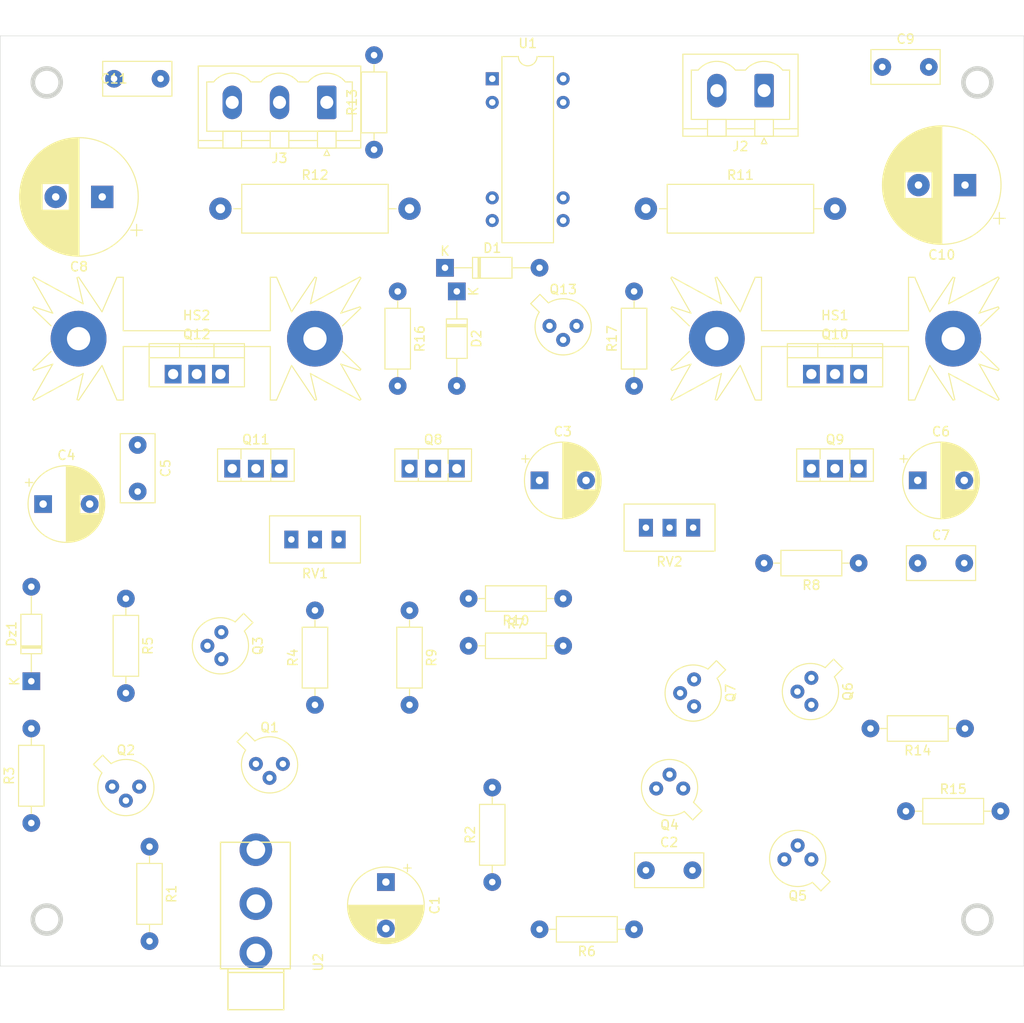
<source format=kicad_pcb>
(kicad_pcb (version 20171130) (host pcbnew "(5.1.5)-3")
  (layers (0 F.Cu signal) (31 B.Cu signal) (34 B.Paste user) (35 F.Paste user) (36 B.SilkS user) (37 F.SilkS user) (38 B.Mask user) (39 F.Mask user) (44 Edge.Cuts user))
  (net 0 "")
  (net 1 /U2-C1)
  (net 2 /C1-Q1)
  (net 3 /Q5-Q11)
  (net 4 /C2-sortiediff)
  (net 5 /D2-C3)
  (net 6 -12V)
  (net 7 GND)
  (net 8 +12V)
  (net 9 /Relay-Q13)
  (net 10 /Q13-R17)
  (net 11 /R5-Q3)
  (net 12 /U1-J2)
  (net 13 /Q1-Q2)
  (net 14 /Q2-R15)
  (net 15 /Q2-R3)
  (net 16 /R4-Q3)
  (net 17 /Q4-Q5)
  (net 18 /Q5-R6)
  (net 19 /Q6-R7)
  (net 20 /Q6-Q7)
  (net 21 /Q6-Q9)
  (net 22 /Q7-R9)
  (net 23 /Q8-RV1,2)
  (net 24 /Q10-R11)
  (net 25 /Q9-Q10)
  (net 26 /Q11-Q12)
  (net 27 /Q11-R12)
  (net 28 /RV1-R8)
  (net 29 /R10-RV2,1)
  (net 30 /R11-R12)
  (net 31 "Net-(U2-PadTN)")
  (module CmpAmpliAudio:CP_Radial_D8.0mm_P5.00mm (layer F.Cu) (at 91.44 140.97 270)
    (fp_text reference C1 (at 2.5 -5.25 90) (layer F.SilkS))
    (fp_text value 47u)
    (pad 2 thru_hole circle (at 5 0 270) (size 1.9 1.9) (drill 0.8) (layers *.Cu *.Mask) (net 1 /U2-C1))
    (pad 1 thru_hole rect (at 0 0 270) (size 1.9 1.9) (drill 0.8) (layers *.Cu *.Mask) (net 2 /C1-Q1))
  )
  (module CmpAmpliAudio:C_Rect_L7.2mm_W3.5mm_P5.00mm_FKS2_FKP2_MKS2_MKP2 (layer F.Cu) (at 119.38 139.7)
    (fp_text reference C2 (at 2.5 -3) (layer F.SilkS))
    (fp_text value C)
    (pad 2 thru_hole circle (at 5 0) (size 1.9 1.9) (drill 0.7) (layers *.Cu *.Mask) (net 3 /Q5-Q11))
    (pad 1 thru_hole circle (at 0 0) (size 1.9 1.9) (drill 0.7) (layers *.Cu *.Mask) (net 4 /C2-sortiediff))
  )
  (module CmpAmpliAudio:CP_Radial_D8.0mm_P5.00mm (layer F.Cu) (at 107.95 97.79)
    (fp_text reference C3 (at 2.5 -5.25) (layer F.SilkS))
    (fp_text value 47u)
    (pad 1 thru_hole rect (at 0 0) (size 1.9 1.9) (drill 0.8) (layers *.Cu *.Mask) (net 5 /D2-C3))
    (pad 2 thru_hole circle (at 5 0) (size 1.9 1.9) (drill 0.8) (layers *.Cu *.Mask) (net 6 -12V))
  )
  (module CmpAmpliAudio:CP_Radial_D8.0mm_P5.00mm (layer F.Cu) (at 54.61 100.33)
    (fp_text reference C4 (at 2.5 -5.25) (layer F.SilkS))
    (fp_text value 10u)
    (pad 2 thru_hole circle (at 5 0) (size 1.9 1.9) (drill 0.8) (layers *.Cu *.Mask) (net 7 GND))
    (pad 1 thru_hole rect (at 0 0) (size 1.9 1.9) (drill 0.8) (layers *.Cu *.Mask) (net 8 +12V))
  )
  (module CmpAmpliAudio:C_Rect_L7.2mm_W3.5mm_P5.00mm_FKS2_FKP2_MKS2_MKP2 (layer F.Cu) (at 64.77 93.98 270)
    (fp_text reference C5 (at 2.5 -3 90) (layer F.SilkS))
    (fp_text value 100n)
    (pad 2 thru_hole circle (at 5 0 270) (size 1.9 1.9) (drill 0.7) (layers *.Cu *.Mask) (net 7 GND))
    (pad 1 thru_hole circle (at 0 0 270) (size 1.9 1.9) (drill 0.7) (layers *.Cu *.Mask) (net 8 +12V))
  )
  (module CmpAmpliAudio:CP_Radial_D8.0mm_P5.00mm (layer F.Cu) (at 148.59 97.79)
    (fp_text reference C6 (at 2.5 -5.25) (layer F.SilkS))
    (fp_text value 10u)
    (pad 1 thru_hole rect (at 0 0) (size 1.9 1.9) (drill 0.8) (layers *.Cu *.Mask) (net 7 GND))
    (pad 2 thru_hole circle (at 5 0) (size 1.9 1.9) (drill 0.8) (layers *.Cu *.Mask) (net 6 -12V))
  )
  (module CmpAmpliAudio:C_Rect_L7.2mm_W3.5mm_P5.00mm_FKS2_FKP2_MKS2_MKP2 (layer F.Cu) (at 148.59 106.68)
    (fp_text reference C7 (at 2.5 -3) (layer F.SilkS))
    (fp_text value 100n)
    (pad 1 thru_hole circle (at 0 0) (size 1.9 1.9) (drill 0.7) (layers *.Cu *.Mask) (net 7 GND))
    (pad 2 thru_hole circle (at 5 0) (size 1.9 1.9) (drill 0.7) (layers *.Cu *.Mask) (net 6 -12V))
  )
  (module CmpAmpliAudio:CP_Radial_D12.5mm_P5.00mm (layer F.Cu) (at 60.96 67.31 180)
    (fp_text reference C8 (at 2.5 -7.5) (layer F.SilkS))
    (fp_text value 470u)
    (pad 2 thru_hole circle (at 5 0 180) (size 2.4 2.4) (drill 0.8) (layers *.Cu *.Mask) (net 7 GND))
    (pad 1 thru_hole rect (at 0 0 180) (size 2.4 2.4) (drill 0.8) (layers *.Cu *.Mask) (net 8 +12V))
  )
  (module CmpAmpliAudio:C_Rect_L7.2mm_W3.5mm_P5.00mm_FKS2_FKP2_MKS2_MKP2 (layer F.Cu) (at 144.78 53.34)
    (fp_text reference C9 (at 2.5 -3) (layer F.SilkS))
    (fp_text value 100n)
    (pad 1 thru_hole circle (at 0 0) (size 1.9 1.9) (drill 0.7) (layers *.Cu *.Mask) (net 8 +12V))
    (pad 2 thru_hole circle (at 5 0) (size 1.9 1.9) (drill 0.7) (layers *.Cu *.Mask) (net 7 GND))
  )
  (module CmpAmpliAudio:CP_Radial_D12.5mm_P5.00mm (layer F.Cu) (at 153.67 66.04 180)
    (fp_text reference C10 (at 2.5 -7.5) (layer F.SilkS))
    (fp_text value 470u)
    (pad 1 thru_hole rect (at 0 0 180) (size 2.4 2.4) (drill 0.8) (layers *.Cu *.Mask) (net 7 GND))
    (pad 2 thru_hole circle (at 5 0 180) (size 2.4 2.4) (drill 0.8) (layers *.Cu *.Mask) (net 6 -12V))
  )
  (module CmpAmpliAudio:C_Rect_L7.2mm_W3.5mm_P5.00mm_FKS2_FKP2_MKS2_MKP2 (layer F.Cu) (at 62.23 54.61)
    (fp_text reference C11 (at 0 0) (layer F.SilkS))
    (fp_text value 100n)
    (pad 1 thru_hole circle (at 0 0) (size 1.9 1.9) (drill 0.7) (layers *.Cu *.Mask) (net 7 GND))
    (pad 2 thru_hole circle (at 5 0) (size 1.9 1.9) (drill 0.7) (layers *.Cu *.Mask) (net 6 -12V))
  )
  (module CmpAmpliAudio:D_DO-35_SOD27_P10.16mm_Horizontal (layer F.Cu) (at 97.79 74.93)
    (fp_text reference D1 (at 5.08 -2.12) (layer F.SilkS))
    (fp_text value 1N4148)
    (fp_text user K (at 0 -1.8) (layer F.SilkS))
    (pad 1 thru_hole rect (at 0 0) (size 1.9 1.9) (drill 0.7) (layers *.Cu *.Mask) (net 8 +12V))
    (pad 2 thru_hole oval (at 10.16 0) (size 1.9 1.9) (drill 0.7) (layers *.Cu *.Mask) (net 9 /Relay-Q13))
  )
  (module CmpAmpliAudio:D_DO-35_SOD27_P10.16mm_Horizontal (layer F.Cu) (at 99.06 77.47 270)
    (fp_text reference D2 (at 5.08 -2.12 90) (layer F.SilkS))
    (fp_text value 1N4148)
    (fp_text user K (at 0 -1.8 90) (layer F.SilkS))
    (pad 2 thru_hole oval (at 10.16 0 270) (size 1.9 1.9) (drill 0.7) (layers *.Cu *.Mask) (net 5 /D2-C3))
    (pad 1 thru_hole rect (at 0 0 270) (size 1.9 1.9) (drill 0.7) (layers *.Cu *.Mask) (net 10 /Q13-R17))
  )
  (module CmpAmpliAudio:D_DO-35_SOD27_P10.16mm_Horizontal (layer F.Cu) (at 53.34 119.38 90)
    (fp_text reference Dz1 (at 5.08 -2.12 90) (layer F.SilkS))
    (fp_text value BZX55C5V1)
    (fp_text user K (at 0 -1.8 90) (layer F.SilkS))
    (pad 1 thru_hole rect (at 0 0 90) (size 1.9 1.9) (drill 0.7) (layers *.Cu *.Mask) (net 8 +12V))
    (pad 2 thru_hole oval (at 10.16 0 90) (size 1.9 1.9) (drill 0.7) (layers *.Cu *.Mask) (net 11 /R5-Q3))
  )
  (module CmpAmpliAudio:Heatsink_Fischer_SK104-STC-STIC_35x13mm_2xDrill2.5mm (layer F.Cu) (at 139.7 82.55)
    (fp_text reference HS1 (at -0.025 -2.5) (layer F.SilkS))
    (fp_text value Heatsink)
    (pad 1 thru_hole circle (at 12.7 0) (size 6 6) (drill 2.5) (layers *.Cu *.Mask))
    (pad 1 thru_hole circle (at -12.7 0 180) (size 6 6) (drill 2.5) (layers *.Cu *.Mask))
  )
  (module CmpAmpliAudio:Heatsink_Fischer_SK104-STC-STIC_35x13mm_2xDrill2.5mm (layer F.Cu) (at 71.12 82.55)
    (fp_text reference HS2 (at -0.025 -2.5) (layer F.SilkS))
    (fp_text value Heatsink)
    (pad 1 thru_hole circle (at -12.7 0 180) (size 6 6) (drill 2.5) (layers *.Cu *.Mask))
    (pad 1 thru_hole circle (at 12.7 0) (size 6 6) (drill 2.5) (layers *.Cu *.Mask))
  )
  (module CmpAmpliAudio:PhoenixContact_MSTBVA_2,5_2-G-5,08_1x02_P5.08mm_Vertical (layer F.Cu) (at 132.08 55.88 180)
    (fp_text reference J2 (at 2.54 -6) (layer F.SilkS))
    (fp_text value Conn_01x02)
    (pad 1 thru_hole roundrect (at 0 0 180) (size 2.08 3.6) (drill 1.4) (layers *.Cu *.Mask) (roundrect_rratio 0.120192) (net 12 /U1-J2))
    (pad 2 thru_hole oval (at 5.08 0 180) (size 2.08 3.6) (drill 1.4) (layers *.Cu *.Mask) (net 7 GND))
  )
  (module CmpAmpliAudio:PhoenixContact_MSTBVA_2,5_3-G-5,08_1x03_P5.08mm_Vertical (layer F.Cu) (at 85.09 57.15 180)
    (fp_text reference J3 (at 5.08 -6) (layer F.SilkS))
    (fp_text value Conn_01x03)
    (pad 1 thru_hole roundrect (at 0 0 180) (size 2.08 3.6) (drill 1.4) (layers *.Cu *.Mask) (roundrect_rratio 0.120192) (net 6 -12V))
    (pad 2 thru_hole oval (at 5.08 0 180) (size 2.08 3.6) (drill 1.4) (layers *.Cu *.Mask) (net 7 GND))
    (pad 3 thru_hole oval (at 10.16 0 180) (size 2.08 3.6) (drill 1.4) (layers *.Cu *.Mask) (net 8 +12V))
  )
  (module CmpAmpliAudio:TO-18-3 (layer F.Cu) (at 77.67 128.37)
    (fp_text reference Q1 (at 1.27 -4.02) (layer F.SilkS))
    (fp_text value 2N2907)
    (pad 1 thru_hole circle (at -0.2 -0.1) (size 1.5 1.5) (drill 0.7) (layers *.Cu *.Mask) (net 13 /Q1-Q2))
    (pad 2 thru_hole circle (at 1.27 1.4) (size 1.5 1.5) (drill 0.7) (layers *.Cu *.Mask) (net 2 /C1-Q1))
    (pad 3 thru_hole circle (at 2.7 -0.1) (size 1.5 1.5) (drill 0.7) (layers *.Cu *.Mask) (net 4 /C2-sortiediff))
  )
  (module CmpAmpliAudio:TO-18-3 (layer F.Cu) (at 62.23 130.81)
    (fp_text reference Q2 (at 1.27 -4.02) (layer F.SilkS))
    (fp_text value 2N2907)
    (pad 1 thru_hole circle (at -0.2 -0.1) (size 1.5 1.5) (drill 0.7) (layers *.Cu *.Mask) (net 13 /Q1-Q2))
    (pad 2 thru_hole circle (at 1.27 1.4) (size 1.5 1.5) (drill 0.7) (layers *.Cu *.Mask) (net 14 /Q2-R15))
    (pad 3 thru_hole circle (at 2.7 -0.1) (size 1.5 1.5) (drill 0.7) (layers *.Cu *.Mask) (net 15 /Q2-R3))
  )
  (module CmpAmpliAudio:TO-18-3 (layer F.Cu) (at 73.66 114.3 270)
    (fp_text reference Q3 (at 1.27 -4.02 90) (layer F.SilkS))
    (fp_text value 2N2907)
    (pad 3 thru_hole circle (at 2.7 -0.1 270) (size 1.5 1.5) (drill 0.7) (layers *.Cu *.Mask) (net 13 /Q1-Q2))
    (pad 2 thru_hole circle (at 1.27 1.4 270) (size 1.5 1.5) (drill 0.7) (layers *.Cu *.Mask) (net 11 /R5-Q3))
    (pad 1 thru_hole circle (at -0.2 -0.1 270) (size 1.5 1.5) (drill 0.7) (layers *.Cu *.Mask) (net 16 /R4-Q3))
  )
  (module CmpAmpliAudio:TO-18-3 (layer F.Cu) (at 123.19 130.81 180)
    (fp_text reference Q4 (at 1.27 -4.02) (layer F.SilkS))
    (fp_text value 2N2222)
    (pad 1 thru_hole circle (at -0.2 -0.1 180) (size 1.5 1.5) (drill 0.7) (layers *.Cu *.Mask) (net 17 /Q4-Q5))
    (pad 2 thru_hole circle (at 1.27 1.4 180) (size 1.5 1.5) (drill 0.7) (layers *.Cu *.Mask) (net 4 /C2-sortiediff))
    (pad 3 thru_hole circle (at 2.7 -0.1 180) (size 1.5 1.5) (drill 0.7) (layers *.Cu *.Mask) (net 3 /Q5-Q11))
  )
  (module CmpAmpliAudio:TO-18-3 (layer F.Cu) (at 136.96 138.43 180)
    (fp_text reference Q5 (at 1.27 -4.02) (layer F.SilkS))
    (fp_text value 2N2222)
    (pad 3 thru_hole circle (at 2.7 -0.1 180) (size 1.5 1.5) (drill 0.7) (layers *.Cu *.Mask) (net 3 /Q5-Q11))
    (pad 2 thru_hole circle (at 1.27 1.4 180) (size 1.5 1.5) (drill 0.7) (layers *.Cu *.Mask) (net 17 /Q4-Q5))
    (pad 1 thru_hole circle (at -0.2 -0.1 180) (size 1.5 1.5) (drill 0.7) (layers *.Cu *.Mask) (net 18 /Q5-R6))
  )
  (module CmpAmpliAudio:TO-18-3 (layer F.Cu) (at 137.06 119.22 270)
    (fp_text reference Q6 (at 1.27 -4.02 90) (layer F.SilkS))
    (fp_text value 2N2907)
    (pad 1 thru_hole circle (at -0.2 -0.1 270) (size 1.5 1.5) (drill 0.7) (layers *.Cu *.Mask) (net 19 /Q6-R7))
    (pad 2 thru_hole circle (at 1.27 1.4 270) (size 1.5 1.5) (drill 0.7) (layers *.Cu *.Mask) (net 20 /Q6-Q7))
    (pad 3 thru_hole circle (at 2.7 -0.1 270) (size 1.5 1.5) (drill 0.7) (layers *.Cu *.Mask) (net 21 /Q6-Q9))
  )
  (module CmpAmpliAudio:TO-18-3 (layer F.Cu) (at 124.46 119.38 270)
    (fp_text reference Q7 (at 1.27 -4.02 90) (layer F.SilkS))
    (fp_text value 2N2907)
    (pad 3 thru_hole circle (at 2.7 -0.1 270) (size 1.5 1.5) (drill 0.7) (layers *.Cu *.Mask) (net 20 /Q6-Q7))
    (pad 2 thru_hole circle (at 1.27 1.4 270) (size 1.5 1.5) (drill 0.7) (layers *.Cu *.Mask) (net 20 /Q6-Q7))
    (pad 1 thru_hole circle (at -0.2 -0.1 270) (size 1.5 1.5) (drill 0.7) (layers *.Cu *.Mask) (net 22 /Q7-R9))
  )
  (module CmpAmpliAudio:TO-126-3_Vertical (layer F.Cu) (at 93.98 96.52)
    (fp_text reference Q8 (at 2.54 -3.12) (layer F.SilkS))
    (fp_text value BD139)
    (pad 1 thru_hole rect (at 0 0) (size 1.7 1.9) (drill 1) (layers *.Cu *.Mask) (net 3 /Q5-Q11))
    (pad 2 thru_hole rect (at 2.54 0) (size 1.7 1.9) (drill 1) (layers *.Cu *.Mask) (net 21 /Q6-Q9))
    (pad 3 thru_hole rect (at 5.08 0) (size 1.7 1.9) (drill 1) (layers *.Cu *.Mask) (net 23 /Q8-RV1,2))
  )
  (module CmpAmpliAudio:TO-126-3_Vertical (layer F.Cu) (at 137.16 96.52)
    (fp_text reference Q9 (at 2.54 -3.12) (layer F.SilkS))
    (fp_text value BD139)
    (pad 1 thru_hole rect (at 0 0) (size 1.7 1.9) (drill 1) (layers *.Cu *.Mask) (net 24 /Q10-R11))
    (pad 2 thru_hole rect (at 2.54 0) (size 1.7 1.9) (drill 1) (layers *.Cu *.Mask) (net 25 /Q9-Q10))
    (pad 3 thru_hole rect (at 5.08 0) (size 1.7 1.9) (drill 1) (layers *.Cu *.Mask) (net 21 /Q6-Q9))
  )
  (module CmpAmpliAudio:TO-220-3_Vertical (layer F.Cu) (at 137.16 86.36)
    (fp_text reference Q10 (at 2.54 -4.27) (layer F.SilkS))
    (fp_text value TIP32)
    (pad 3 thru_hole rect (at 5.08 0) (size 1.8 2) (drill 1.1) (layers *.Cu *.Mask) (net 8 +12V))
    (pad 2 thru_hole rect (at 2.54 0) (size 1.8 2) (drill 1.1) (layers *.Cu *.Mask) (net 24 /Q10-R11))
    (pad 1 thru_hole rect (at 0 0) (size 1.8 2) (drill 1.1) (layers *.Cu *.Mask) (net 25 /Q9-Q10))
  )
  (module CmpAmpliAudio:TO-126-3_Vertical (layer F.Cu) (at 74.93 96.52)
    (fp_text reference Q11 (at 2.54 -3.12) (layer F.SilkS))
    (fp_text value BD138)
    (pad 3 thru_hole rect (at 5.08 0) (size 1.7 1.9) (drill 1) (layers *.Cu *.Mask) (net 3 /Q5-Q11))
    (pad 2 thru_hole rect (at 2.54 0) (size 1.7 1.9) (drill 1) (layers *.Cu *.Mask) (net 26 /Q11-Q12))
    (pad 1 thru_hole rect (at 0 0) (size 1.7 1.9) (drill 1) (layers *.Cu *.Mask) (net 27 /Q11-R12))
  )
  (module CmpAmpliAudio:TO-220-3_Vertical (layer F.Cu) (at 68.58 86.36)
    (fp_text reference Q12 (at 2.54 -4.27) (layer F.SilkS))
    (fp_text value TIP31)
    (pad 1 thru_hole rect (at 0 0) (size 1.8 2) (drill 1.1) (layers *.Cu *.Mask) (net 26 /Q11-Q12))
    (pad 2 thru_hole rect (at 2.54 0) (size 1.8 2) (drill 1.1) (layers *.Cu *.Mask) (net 27 /Q11-R12))
    (pad 3 thru_hole rect (at 5.08 0) (size 1.8 2) (drill 1.1) (layers *.Cu *.Mask) (net 6 -12V))
  )
  (module CmpAmpliAudio:TO-18-3 (layer F.Cu) (at 109.22 81.28)
    (fp_text reference Q13 (at 1.27 -4.02) (layer F.SilkS))
    (fp_text value 2N2222)
    (pad 3 thru_hole circle (at 2.7 -0.1) (size 1.5 1.5) (drill 0.7) (layers *.Cu *.Mask) (net 9 /Relay-Q13))
    (pad 2 thru_hole circle (at 1.27 1.4) (size 1.5 1.5) (drill 0.7) (layers *.Cu *.Mask) (net 10 /Q13-R17))
    (pad 1 thru_hole circle (at -0.2 -0.1) (size 1.5 1.5) (drill 0.7) (layers *.Cu *.Mask) (net 7 GND))
  )
  (module CmpAmpliAudio:R_Axial_DIN0207_L6.3mm_D2.5mm_P10.16mm_Horizontal (layer F.Cu) (at 66.04 137.16 270)
    (fp_text reference R1 (at 5.08 -2.37 90) (layer F.SilkS))
    (fp_text value R)
    (pad 2 thru_hole circle (at 10.16 0 270) (size 1.9 1.9) (drill 0.7) (layers *.Cu *.Mask) (net 7 GND))
    (pad 1 thru_hole circle (at 0 0 270) (size 1.9 1.9) (drill 0.7) (layers *.Cu *.Mask) (net 2 /C1-Q1))
  )
  (module CmpAmpliAudio:R_Axial_DIN0207_L6.3mm_D2.5mm_P10.16mm_Horizontal (layer F.Cu) (at 102.87 140.97 90)
    (fp_text reference R2 (at 5.08 -2.37 90) (layer F.SilkS))
    (fp_text value R)
    (pad 1 thru_hole circle (at 0 0 90) (size 1.9 1.9) (drill 0.7) (layers *.Cu *.Mask) (net 4 /C2-sortiediff))
    (pad 2 thru_hole circle (at 10.16 0 90) (size 1.9 1.9) (drill 0.7) (layers *.Cu *.Mask) (net 6 -12V))
  )
  (module CmpAmpliAudio:R_Axial_DIN0207_L6.3mm_D2.5mm_P10.16mm_Horizontal (layer F.Cu) (at 53.34 134.62 90)
    (fp_text reference R3 (at 5.08 -2.37 90) (layer F.SilkS))
    (fp_text value R)
    (pad 2 thru_hole circle (at 10.16 0 90) (size 1.9 1.9) (drill 0.7) (layers *.Cu *.Mask) (net 6 -12V))
    (pad 1 thru_hole circle (at 0 0 90) (size 1.9 1.9) (drill 0.7) (layers *.Cu *.Mask) (net 15 /Q2-R3))
  )
  (module CmpAmpliAudio:R_Axial_DIN0207_L6.3mm_D2.5mm_P10.16mm_Horizontal (layer F.Cu) (at 83.82 121.92 90)
    (fp_text reference R4 (at 5.08 -2.37 90) (layer F.SilkS))
    (fp_text value R)
    (pad 2 thru_hole circle (at 10.16 0 90) (size 1.9 1.9) (drill 0.7) (layers *.Cu *.Mask) (net 16 /R4-Q3))
    (pad 1 thru_hole circle (at 0 0 90) (size 1.9 1.9) (drill 0.7) (layers *.Cu *.Mask) (net 8 +12V))
  )
  (module CmpAmpliAudio:R_Axial_DIN0207_L6.3mm_D2.5mm_P10.16mm_Horizontal (layer F.Cu) (at 63.5 110.49 270)
    (fp_text reference R5 (at 5.08 -2.37 90) (layer F.SilkS))
    (fp_text value R)
    (pad 1 thru_hole circle (at 0 0 270) (size 1.9 1.9) (drill 0.7) (layers *.Cu *.Mask) (net 11 /R5-Q3))
    (pad 2 thru_hole circle (at 10.16 0 270) (size 1.9 1.9) (drill 0.7) (layers *.Cu *.Mask) (net 7 GND))
  )
  (module CmpAmpliAudio:R_Axial_DIN0207_L6.3mm_D2.5mm_P10.16mm_Horizontal (layer F.Cu) (at 118.11 146.05 180)
    (fp_text reference R6 (at 5.08 -2.37) (layer F.SilkS))
    (fp_text value R)
    (pad 1 thru_hole circle (at 0 0 180) (size 1.9 1.9) (drill 0.7) (layers *.Cu *.Mask) (net 18 /Q5-R6))
    (pad 2 thru_hole circle (at 10.16 0 180) (size 1.9 1.9) (drill 0.7) (layers *.Cu *.Mask) (net 6 -12V))
  )
  (module CmpAmpliAudio:R_Axial_DIN0207_L6.3mm_D2.5mm_P10.16mm_Horizontal (layer F.Cu) (at 100.33 115.57)
    (fp_text reference R7 (at 5.08 -2.37) (layer F.SilkS))
    (fp_text value R)
    (pad 2 thru_hole circle (at 10.16 0) (size 1.9 1.9) (drill 0.7) (layers *.Cu *.Mask) (net 19 /Q6-R7))
    (pad 1 thru_hole circle (at 0 0) (size 1.9 1.9) (drill 0.7) (layers *.Cu *.Mask) (net 8 +12V))
  )
  (module CmpAmpliAudio:R_Axial_DIN0207_L6.3mm_D2.5mm_P10.16mm_Horizontal (layer F.Cu) (at 142.24 106.68 180)
    (fp_text reference R8 (at 5.08 -2.37) (layer F.SilkS))
    (fp_text value R)
    (pad 2 thru_hole circle (at 10.16 0 180) (size 1.9 1.9) (drill 0.7) (layers *.Cu *.Mask) (net 28 /RV1-R8))
    (pad 1 thru_hole circle (at 0 0 180) (size 1.9 1.9) (drill 0.7) (layers *.Cu *.Mask) (net 3 /Q5-Q11))
  )
  (module CmpAmpliAudio:R_Axial_DIN0207_L6.3mm_D2.5mm_P10.16mm_Horizontal (layer F.Cu) (at 93.98 111.76 270)
    (fp_text reference R9 (at 5.08 -2.37 90) (layer F.SilkS))
    (fp_text value R)
    (pad 1 thru_hole circle (at 0 0 270) (size 1.9 1.9) (drill 0.7) (layers *.Cu *.Mask) (net 8 +12V))
    (pad 2 thru_hole circle (at 10.16 0 270) (size 1.9 1.9) (drill 0.7) (layers *.Cu *.Mask) (net 22 /Q7-R9))
  )
  (module CmpAmpliAudio:R_Axial_DIN0207_L6.3mm_D2.5mm_P10.16mm_Horizontal (layer F.Cu) (at 110.49 110.49 180)
    (fp_text reference R10 (at 5.08 -2.37) (layer F.SilkS))
    (fp_text value R)
    (pad 2 thru_hole circle (at 10.16 0 180) (size 1.9 1.9) (drill 0.7) (layers *.Cu *.Mask) (net 29 /R10-RV2,1))
    (pad 1 thru_hole circle (at 0 0 180) (size 1.9 1.9) (drill 0.7) (layers *.Cu *.Mask) (net 20 /Q6-Q7))
  )
  (module CmpAmpliAudio:R_Axial_DIN0516_L15.5mm_D5.0mm_P20.32mm_Horizontal (layer F.Cu) (at 119.38 68.58)
    (fp_text reference R11 (at 10.16 -3.62) (layer F.SilkS))
    (fp_text value R)
    (pad 1 thru_hole circle (at 0 0) (size 2.4 2.4) (drill 1) (layers *.Cu *.Mask) (net 24 /Q10-R11))
    (pad 2 thru_hole oval (at 20.32 0) (size 2.4 2.4) (drill 1) (layers *.Cu *.Mask) (net 30 /R11-R12))
  )
  (module CmpAmpliAudio:R_Axial_DIN0516_L15.5mm_D5.0mm_P20.32mm_Horizontal (layer F.Cu) (at 73.66 68.58)
    (fp_text reference R12 (at 10.16 -3.62) (layer F.SilkS))
    (fp_text value R)
    (pad 2 thru_hole oval (at 20.32 0) (size 2.4 2.4) (drill 1) (layers *.Cu *.Mask) (net 27 /Q11-R12))
    (pad 1 thru_hole circle (at 0 0) (size 2.4 2.4) (drill 1) (layers *.Cu *.Mask) (net 30 /R11-R12))
  )
  (module CmpAmpliAudio:R_Axial_DIN0207_L6.3mm_D2.5mm_P10.16mm_Horizontal (layer F.Cu) (at 90.17 62.23 90)
    (fp_text reference R13 (at 5.08 -2.37 90) (layer F.SilkS))
    (fp_text value R)
    (pad 1 thru_hole circle (at 0 0 90) (size 1.9 1.9) (drill 0.7) (layers *.Cu *.Mask) (net 30 /R11-R12))
    (pad 2 thru_hole circle (at 10.16 0 90) (size 1.9 1.9) (drill 0.7) (layers *.Cu *.Mask) (net 7 GND))
  )
  (module CmpAmpliAudio:R_Axial_DIN0207_L6.3mm_D2.5mm_P10.16mm_Horizontal (layer F.Cu) (at 153.67 124.46 180)
    (fp_text reference R14 (at 5.08 -2.37) (layer F.SilkS))
    (fp_text value R)
    (pad 2 thru_hole circle (at 10.16 0 180) (size 1.9 1.9) (drill 0.7) (layers *.Cu *.Mask) (net 14 /Q2-R15))
    (pad 1 thru_hole circle (at 0 0 180) (size 1.9 1.9) (drill 0.7) (layers *.Cu *.Mask) (net 30 /R11-R12))
  )
  (module CmpAmpliAudio:R_Axial_DIN0207_L6.3mm_D2.5mm_P10.16mm_Horizontal (layer F.Cu) (at 147.32 133.35)
    (fp_text reference R15 (at 5.08 -2.37) (layer F.SilkS))
    (fp_text value R)
    (pad 1 thru_hole circle (at 0 0) (size 1.9 1.9) (drill 0.7) (layers *.Cu *.Mask) (net 14 /Q2-R15))
    (pad 2 thru_hole circle (at 10.16 0) (size 1.9 1.9) (drill 0.7) (layers *.Cu *.Mask) (net 7 GND))
  )
  (module CmpAmpliAudio:R_Axial_DIN0207_L6.3mm_D2.5mm_P10.16mm_Horizontal (layer F.Cu) (at 92.71 77.47 270)
    (fp_text reference R16 (at 5.08 -2.37 90) (layer F.SilkS))
    (fp_text value R)
    (pad 1 thru_hole circle (at 0 0 270) (size 1.9 1.9) (drill 0.7) (layers *.Cu *.Mask) (net 8 +12V))
    (pad 2 thru_hole circle (at 10.16 0 270) (size 1.9 1.9) (drill 0.7) (layers *.Cu *.Mask) (net 5 /D2-C3))
  )
  (module CmpAmpliAudio:R_Axial_DIN0207_L6.3mm_D2.5mm_P10.16mm_Horizontal (layer F.Cu) (at 118.11 87.63 90)
    (fp_text reference R17 (at 5.08 -2.37 90) (layer F.SilkS))
    (fp_text value R)
    (pad 1 thru_hole circle (at 0 0 90) (size 1.9 1.9) (drill 0.7) (layers *.Cu *.Mask) (net 10 /Q13-R17))
    (pad 2 thru_hole circle (at 10.16 0 90) (size 1.9 1.9) (drill 0.7) (layers *.Cu *.Mask) (net 7 GND))
  )
  (module CmpAmpliAudio:Potentiometer_Bourns_3296W_Vertical (layer F.Cu) (at 81.28 104.14 180)
    (fp_text reference RV1 (at -2.54 -3.66) (layer F.SilkS))
    (fp_text value R_POT)
    (pad 1 thru_hole rect (at 0 0 180) (size 1.5 1.9) (drill 0.7) (layers *.Cu *.Mask) (net 21 /Q6-Q9))
    (pad 2 thru_hole rect (at -2.54 0 180) (size 1.5 1.9) (drill 0.7) (layers *.Cu *.Mask) (net 23 /Q8-RV1,2))
    (pad 3 thru_hole rect (at -5.08 0 180) (size 1.5 1.9) (drill 0.7) (layers *.Cu *.Mask) (net 28 /RV1-R8))
  )
  (module CmpAmpliAudio:Potentiometer_Bourns_3296W_Vertical (layer F.Cu) (at 119.38 102.87 180)
    (fp_text reference RV2 (at -2.54 -3.66) (layer F.SilkS))
    (fp_text value R_POT)
    (pad 3 thru_hole rect (at -5.08 0 180) (size 1.5 1.9) (drill 0.7) (layers *.Cu *.Mask) (net 7 GND))
    (pad 2 thru_hole rect (at -2.54 0 180) (size 1.5 1.9) (drill 0.7) (layers *.Cu *.Mask) (net 29 /R10-RV2,1))
    (pad 1 thru_hole rect (at 0 0 180) (size 1.5 1.9) (drill 0.7) (layers *.Cu *.Mask) (net 29 /R10-RV2,1))
  )
  (module CmpAmpliAudio:Jack_35RAPC2AV (layer F.Cu) (at 77.47 150.69 90)
    (fp_text reference U2 (at 1.1 6.7 90) (layer F.SilkS))
    (fp_text value Jack_Mono)
    (pad TN thru_hole circle (at 13.2 0 90) (size 3.5 3.5) (drill 2) (layers *.Cu *.Mask) (net 31 "Net-(U2-PadTN)"))
    (pad G thru_hole circle (at 2.1 0 90) (size 3.5 3.5) (drill 2) (layers *.Cu *.Mask) (net 7 GND))
    (pad T thru_hole circle (at 7.4 0 90) (size 3.5 3.5) (drill 2) (layers *.Cu *.Mask) (net 1 /U2-C1))
  )
  (module CmpAmpliAudio:Relay (layer F.Cu) (at 106.68 48.26)
    (fp_text reference U1 (at 0 2.54) (layer F.SilkS))
    (fp_text value Relay_1CT)
    (pad 6 thru_hole circle (at -3.81 19.15) (size 1.4 1.4) (drill 0.7) (layers *.Cu *.Mask))
    (pad 9 thru_hole circle (at 3.81 19.15) (size 1.4 1.4) (drill 0.7) (layers *.Cu *.Mask))
    (pad 13 thru_hole circle (at 3.81 8.89) (size 1.4 1.4) (drill 0.7) (layers *.Cu *.Mask))
    (pad c2 thru_hole circle (at 3.81 6.35) (size 1.4 1.4) (drill 0.7) (layers *.Cu *.Mask) (net 12 /U1-J2))
    (pad 2 thru_hole circle (at -3.81 8.89) (size 1.4 1.4) (drill 0.7) (layers *.Cu *.Mask))
    (pad b1 thru_hole circle (at -3.81 21.59) (size 1.4 1.4) (drill 0.7) (layers *.Cu *.Mask) (net 9 /Relay-Q13))
    (pad b2 thru_hole circle (at 3.81 21.59) (size 1.4 1.4) (drill 0.7) (layers *.Cu *.Mask) (net 8 +12V))
    (pad c1 thru_hole rect (at -3.81 6.35) (size 1.4 1.4) (drill 0.7) (layers *.Cu *.Mask) (net 30 /R11-R12))
  )
  (gr_circle (center 55 55) (end 56.5 55) (layer Edge.Cuts) (width 0.5))
  (gr_circle (center 55 145) (end 56.5 145) (layer Edge.Cuts) (width 0.5))
  (gr_circle (center 155 55) (end 156.5 55) (layer Edge.Cuts) (width 0.5))
  (gr_circle (center 155 145) (end 156.5 145) (layer Edge.Cuts) (width 0.5))
  (gr_line (start 160 50) (end 160 150) (angle 90) (layer Edge.Cuts) (width 0.05))
  (gr_line (start 50 50) (end 50 150) (angle 90) (layer Edge.Cuts) (width 0.05))
  (gr_line (start 50 150) (end 160 150) (angle 90) (layer Edge.Cuts) (width 0.05))
  (gr_line (start 50 50) (end 160 50) (angle 90) (layer Edge.Cuts) (width 0.05))
)
</source>
